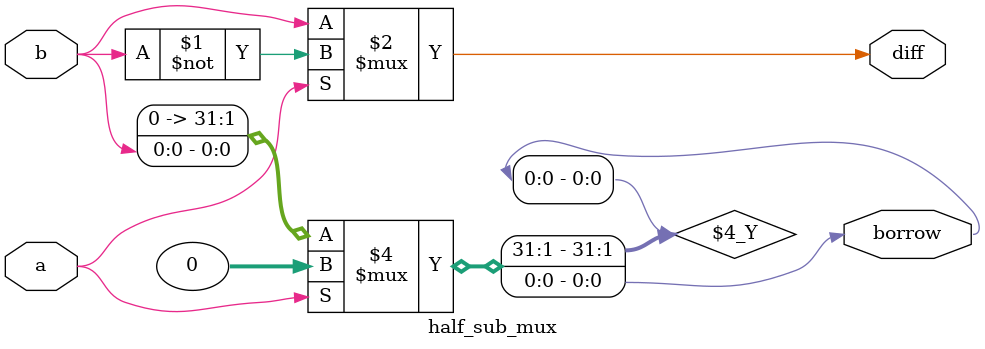
<source format=v>
`timescale 1ns / 1ps


module half_sub_mux(

input a,
input b,
output diff,
output borrow
    );
    
 assign diff = a ? ~b: b;
 assign borrow = a ? 0 : b;   
endmodule

</source>
